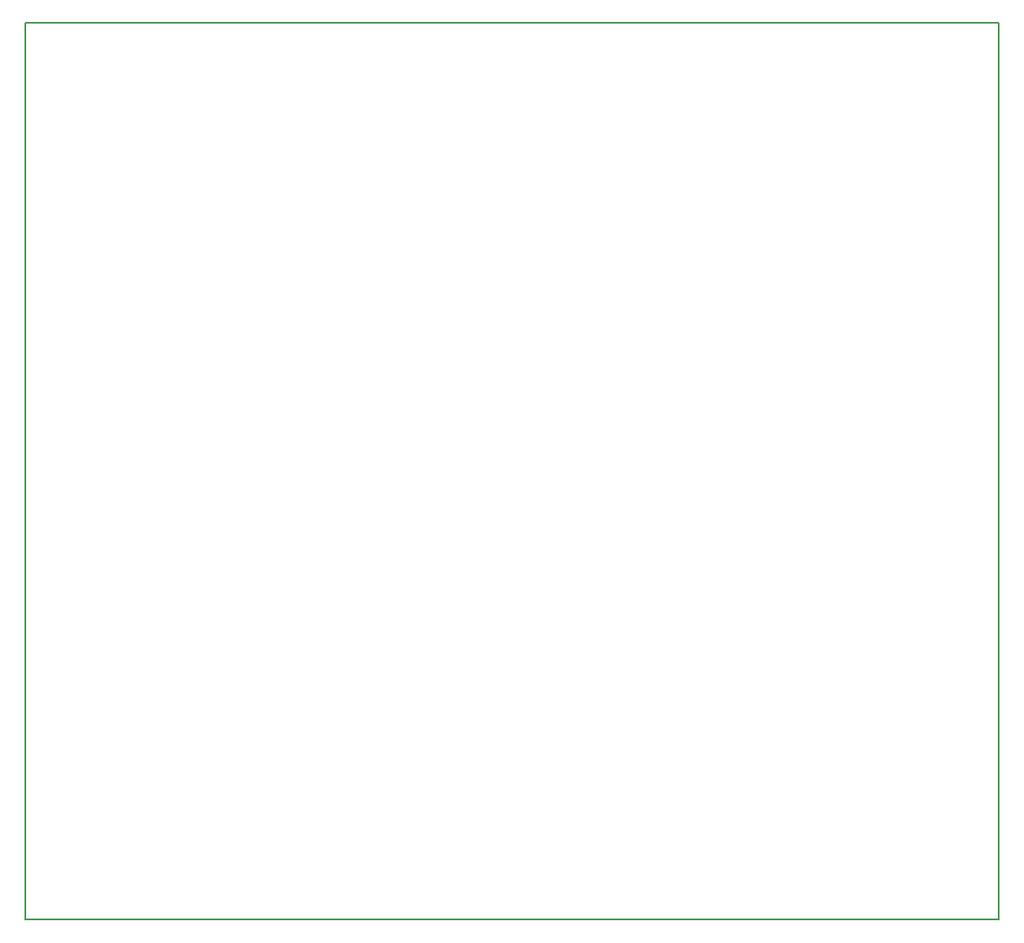
<source format=gbr>
%TF.GenerationSoftware,KiCad,Pcbnew,(6.0.8)*%
%TF.CreationDate,2022-10-24T12:17:12+01:00*%
%TF.ProjectId,VCO_Test,56434f5f-5465-4737-942e-6b696361645f,rev?*%
%TF.SameCoordinates,Original*%
%TF.FileFunction,Profile,NP*%
%FSLAX46Y46*%
G04 Gerber Fmt 4.6, Leading zero omitted, Abs format (unit mm)*
G04 Created by KiCad (PCBNEW (6.0.8)) date 2022-10-24 12:17:12*
%MOMM*%
%LPD*%
G01*
G04 APERTURE LIST*
%TA.AperFunction,Profile*%
%ADD10C,0.200000*%
%TD*%
G04 APERTURE END LIST*
D10*
X50000000Y-50000000D02*
X147700000Y-50000000D01*
X147700000Y-50000000D02*
X147700000Y-140000000D01*
X147700000Y-140000000D02*
X50000000Y-140000000D01*
X50000000Y-140000000D02*
X50000000Y-50000000D01*
M02*

</source>
